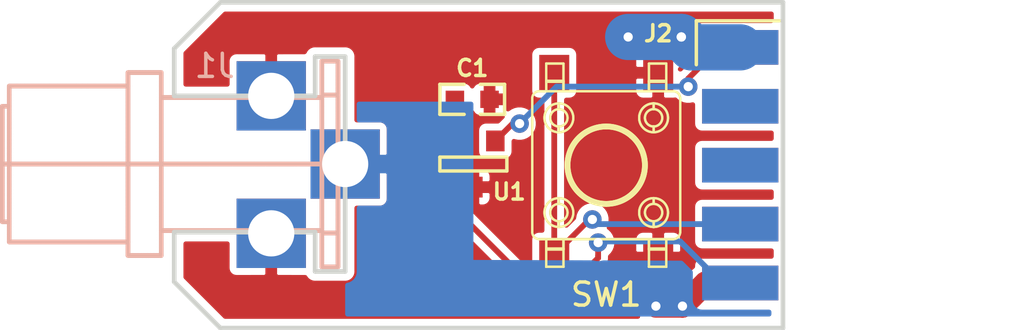
<source format=kicad_pcb>
(kicad_pcb (version 20171130) (host pcbnew "(5.1.4)-1")
  (title_block (title "3Dsimo KIT 2 - Burning, soldering extension") (date 2019-07-12) (rev 101A))
  (layers (0 F.Cu signal) (31 B.Cu signal) (34 B.Paste user) (35 F.Paste user) (36 B.SilkS user) (37 F.SilkS user) (38 B.Mask user) (39 F.Mask user) (44 Edge.Cuts user))
  (net 0 "")
  (net 1 "Net-(J1-Pad1)")
  (net 2 VCC)
  (net 3 GND)
  (net 4 "Net-(J2-Pad1)")
  (net 5 "Net-(J2-Pad8)")
  (module others:Socket_ext (layer B.Cu) (at 97.1 93.95)
    (fp_text reference J1 (at 3.05 -4.25) (layer B.SilkS) (effects (justify mirror)))
    (fp_text value Socket_ext)
    (pad 1 thru_hole rect (at 8.7 0) (size 3 3) (drill 2) (layers *.Cu *.Mask) (net 1 "Net-(J1-Pad1)"))
    (pad 2 thru_hole rect (at 5.5 3) (size 3 3) (drill 2) (layers *.Cu *.Mask) (net 3 GND))
    (pad 2 thru_hole rect (at 5.5 -2.95) (size 3 3) (drill 2) (layers *.Cu *.Mask) (net 3 GND))
  )
  (module Button_Switch_SMD:SW_SPST_6x6mm_H4.3mm (layer F.Cu) (at 117.1 94)
    (fp_text reference SW1 (at 0 5.6) (layer F.SilkS))
    (fp_text value DTSM-61K-V-B)
    (pad 2 smd rect (at 2.25 4 90) (size 1.55 1.3) (layers F.Cu F.Paste F.Mask) (net 3 GND))
    (pad 1 smd rect (at -2.25 4 90) (size 1.55 1.3) (layers F.Cu F.Paste F.Mask) (net 5 "Net-(J2-Pad8)"))
    (pad 2 smd rect (at 2.25 -4 90) (size 1.55 1.3) (layers F.Cu F.Paste F.Mask) (net 3 GND))
    (pad 1 smd rect (at -2.25 -4 90) (size 1.55 1.3) (layers F.Cu F.Paste F.Mask) (net 5 "Net-(J2-Pad8)"))
  )
  (module Connectors:Header_for_PCB_edge_male_2x5_2.54mm (layer F.Cu) (at 128.85 94 270)
    (fp_text reference J2 (at -5.7 9.5) (layer F.SilkS) (effects (font (size 0.7 0.7))))
    (fp_text value CONN_02X05)
    (pad 10 smd rect (at 5.1 5.95 270) (size 1.5 3.3) (layers B.Cu B.Mask) (net 2 VCC))
    (pad 8 smd rect (at 2.55 5.95 270) (size 1.5 3.3) (layers B.Cu B.Mask) (net 5 "Net-(J2-Pad8)"))
    (pad 6 smd rect (at 0 5.95 270) (size 1.5 3.3) (layers B.Cu B.Mask))
    (pad 4 smd rect (at -2.55 5.95 270) (size 1.5 3.3) (layers B.Cu B.Mask))
    (pad 2 smd rect (at -5.1 5.95 270) (size 1.5 3.3) (layers B.Cu B.Mask) (net 3 GND))
    (pad 9 smd rect (at 5.1 5.95 270) (size 1.5 3.3) (layers F.Cu F.Mask) (net 1 "Net-(J1-Pad1)"))
    (pad 7 smd rect (at 2.55 5.95 270) (size 1.5 3.3) (layers F.Cu F.Mask))
    (pad 5 smd rect (at 0 5.95 270) (size 1.5 3.3) (layers F.Cu F.Mask))
    (pad 3 smd rect (at -2.55 5.95 270) (size 1.5 3.3) (layers F.Cu F.Mask))
    (pad 1 smd rect (at -5.1 5.95 270) (size 1.5 3.3) (layers F.Cu F.Mask) (net 4 "Net-(J2-Pad1)"))
  )
  (module TO_SOT_Packages_SMD:SOT-23 (layer F.Cu) (at 111.35 93.95 90)
    (fp_text reference U1 (at -1.2 1.55 180) (layer F.SilkS) (effects (font (size 0.7 0.7))))
    (fp_text value 11AA01_TT)
    (pad 1 smd rect (at 1 0.95 180) (size 0.8 0.9) (layers F.Cu F.Paste F.Mask) (net 4 "Net-(J2-Pad1)"))
    (pad 2 smd rect (at 1 -0.95 180) (size 0.8 0.9) (layers F.Cu F.Paste F.Mask) (net 2 VCC))
    (pad 3 smd rect (at -1 0 180) (size 0.8 0.9) (layers F.Cu F.Paste F.Mask) (net 3 GND))
  )
  (module passive:C_0603 (layer F.Cu) (at 111.3 91.15)
    (fp_text reference C1 (at 0 -1.35) (layer F.SilkS) (effects (font (size 0.7 0.7))))
    (fp_text value C-100n_50V)
    (pad 2 smd rect (at 0.75 0) (size 0.8 0.75) (layers F.Cu F.Paste F.Mask) (net 3 GND))
    (pad 1 smd rect (at -0.75 0) (size 0.8 0.75) (layers F.Cu F.Paste F.Mask) (net 2 VCC))
  )
  (gr_line (start 98.4 99.05) (end 98.4 96.9) (layer Edge.Cuts) (width 0.2))
  (gr_line (start 100.4 101.05) (end 98.4 99.05) (layer Edge.Cuts) (width 0.2))
  (gr_line (start 124.75 101.05) (end 100.4 101.05) (layer Edge.Cuts) (width 0.2))
  (gr_line (start 124.75 86.95) (end 124.75 101.05) (layer Edge.Cuts) (width 0.2))
  (gr_line (start 100.4 86.95) (end 124.75 86.95) (layer Edge.Cuts) (width 0.2))
  (gr_line (start 98.4 88.95) (end 100.4 86.95) (layer Edge.Cuts) (width 0.2))
  (gr_line (start 98.4 91) (end 98.4 88.95) (layer Edge.Cuts) (width 0.2))
  (gr_line (start 104.5 91) (end 98.4 91) (layer Edge.Cuts) (width 0.2))
  (gr_line (start 105.8 98.6) (end 105.8 89.3) (layer Edge.Cuts) (width 0.2))
  (gr_line (start 98.4 96.9) (end 104.5 96.9) (layer Edge.Cuts) (width 0.2))
  (gr_line (start 105.8 89.3) (end 104.5 89.3) (layer Edge.Cuts) (width 0.2))
  (gr_line (start 104.5 89.3) (end 104.5 91) (layer Edge.Cuts) (width 0.2))
  (gr_line (start 104.5 98.6) (end 105.8 98.6) (layer Edge.Cuts) (width 0.2))
  (gr_line (start 104.5 96.9) (end 104.5 98.6) (layer Edge.Cuts) (width 0.2))
  (via (at 119.25 100.1) (size 0.8) (drill 0.4) (layers F.Cu B.Cu) (net 1))
  (via (at 120.400002 100.099998) (size 0.8) (drill 0.4) (layers F.Cu B.Cu) (net 1))
  (segment (start 119.25 100.1) (end 120.4 100.1) (width 1) (layer F.Cu) (net 1))
  (segment (start 120.4 100.1) (end 120.400002 100.099998) (width 1) (layer F.Cu) (net 1))
  (segment (start 122.9 99.1) (end 121.4 99.1) (width 1) (layer F.Cu) (net 1))
  (segment (start 121.4 99.1) (end 120.800001 99.699999) (width 1) (layer F.Cu) (net 1))
  (segment (start 120.800001 99.699999) (end 120.400002 100.099998) (width 1) (layer F.Cu) (net 1))
  (segment (start 110.55 92.8) (end 110.4 92.95) (width 0.25) (layer F.Cu) (net 2))
  (segment (start 110.55 91.15) (end 110.55 92.8) (width 0.25) (layer F.Cu) (net 2))
  (via (at 116.75 97.35) (size 0.8) (drill 0.4) (layers F.Cu B.Cu) (net 2))
  (segment (start 116.75 97.915685) (end 116.75 97.35) (width 0.25) (layer F.Cu) (net 2))
  (segment (start 116.75 98.015689) (end 116.75 97.915685) (width 0.25) (layer F.Cu) (net 2))
  (segment (start 115.665689 99.1) (end 116.75 98.015689) (width 0.25) (layer F.Cu) (net 2))
  (segment (start 113.75 99.1) (end 115.665689 99.1) (width 0.25) (layer F.Cu) (net 2))
  (segment (start 110.4 92.95) (end 110.4 95.75) (width 0.25) (layer F.Cu) (net 2))
  (segment (start 110.4 95.75) (end 113.75 99.1) (width 0.25) (layer F.Cu) (net 2))
  (segment (start 116.8 97.3) (end 116.75 97.35) (width 0.25) (layer B.Cu) (net 2))
  (segment (start 120.3 97.3) (end 116.8 97.3) (width 0.25) (layer B.Cu) (net 2))
  (segment (start 122.9 99.1) (end 122.1 99.1) (width 0.25) (layer B.Cu) (net 2))
  (segment (start 122.1 99.1) (end 120.3 97.3) (width 0.25) (layer B.Cu) (net 2))
  (via (at 120.35 88.45) (size 0.8) (drill 0.4) (layers F.Cu B.Cu) (net 3))
  (segment (start 122.9 88.9) (end 120.8 88.9) (width 2) (layer B.Cu) (net 3))
  (segment (start 120.8 88.9) (end 120.35 88.45) (width 2) (layer B.Cu) (net 3))
  (via (at 120.35 88.45) (size 0.8) (drill 0.4) (layers F.Cu B.Cu) (net 3))
  (via (at 120.35 88.45) (size 0.8) (drill 0.4) (layers F.Cu B.Cu) (net 3))
  (via (at 118.05 88.45) (size 0.8) (drill 0.4) (layers F.Cu B.Cu) (net 3))
  (segment (start 120.35 88.45) (end 118.05 88.45) (width 2) (layer B.Cu) (net 3))
  (via (at 120.65 90.6) (size 0.8) (drill 0.4) (layers F.Cu B.Cu) (net 4))
  (segment (start 120.65 90.25) (end 120.65 90.6) (width 0.25) (layer F.Cu) (net 4))
  (segment (start 122 88.9) (end 120.65 90.25) (width 0.25) (layer F.Cu) (net 4))
  (segment (start 122.9 88.9) (end 122 88.9) (width 0.25) (layer F.Cu) (net 4))
  (via (at 113.35 92.2) (size 0.8) (drill 0.4) (layers F.Cu B.Cu) (net 4))
  (segment (start 120.65 90.6) (end 114.95 90.6) (width 0.25) (layer B.Cu) (net 4))
  (segment (start 114.95 90.6) (end 113.35 92.2) (width 0.25) (layer B.Cu) (net 4))
  (segment (start 113.05 92.2) (end 112.3 92.95) (width 0.25) (layer F.Cu) (net 4))
  (segment (start 113.35 92.2) (end 113.05 92.2) (width 0.25) (layer F.Cu) (net 4))
  (segment (start 114.85 98) (end 114.85 90) (width 0.25) (layer F.Cu) (net 5))
  (via (at 116.5 96.35) (size 0.8) (drill 0.4) (layers F.Cu B.Cu) (net 5))
  (segment (start 122.9 96.55) (end 116.7 96.55) (width 0.25) (layer B.Cu) (net 5))
  (segment (start 116.7 96.55) (end 116.5 96.35) (width 0.25) (layer B.Cu) (net 5))
  (segment (start 114.85 98) (end 114.85 97.875) (width 0.25) (layer F.Cu) (net 5))
  (segment (start 114.85 97.875) (end 116.375 96.35) (width 0.25) (layer F.Cu) (net 5))
  (segment (start 116.375 96.35) (end 116.5 96.35) (width 0.25) (layer F.Cu) (net 5))
  (zone (net 3) (net_name GND) (layer F.Cu) (connect_pads (clearance 0.3)) (min_thickness 0.2) (fill yes (arc_segments 16) (thermal_gap 0.3) (thermal_bridge_width 0.508))
    (polygon (pts (xy 100.4 86.95) (xy 124.75 87) (xy 124.75 101.05) (xy 100.4 101.05) (xy 98.4 99.05) (xy 98.4 88.95)))
  )
  (zone (net 1) (net_name "Net-(J1-Pad1)") (layer B.Cu) (connect_pads (clearance 0.4)) (min_thickness 0.2) (fill yes (arc_segments 16) (thermal_gap 0.3) (thermal_bridge_width 0.8))
    (polygon (pts (xy 124.75 101.05) (xy 105.8 101) (xy 105.8 91.25) (xy 111.35 91.25) (xy 111.35 98.1) (xy 124.75 98.15)))
  )
)
</source>
